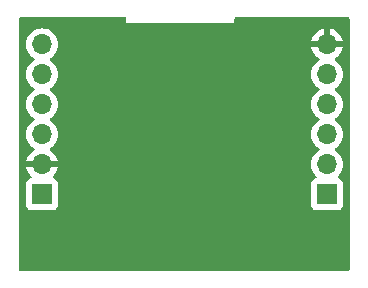
<source format=gbl>
%TF.GenerationSoftware,KiCad,Pcbnew,8.0.2-8.0.2-0~ubuntu22.04.1*%
%TF.CreationDate,2024-05-29T19:46:19+02:00*%
%TF.ProjectId,nrf51_devboard,6e726635-315f-4646-9576-626f6172642e,0.1*%
%TF.SameCoordinates,Original*%
%TF.FileFunction,Copper,L2,Bot*%
%TF.FilePolarity,Positive*%
%FSLAX46Y46*%
G04 Gerber Fmt 4.6, Leading zero omitted, Abs format (unit mm)*
G04 Created by KiCad (PCBNEW 8.0.2-8.0.2-0~ubuntu22.04.1) date 2024-05-29 19:46:19*
%MOMM*%
%LPD*%
G01*
G04 APERTURE LIST*
%TA.AperFunction,ComponentPad*%
%ADD10R,1.700000X1.700000*%
%TD*%
%TA.AperFunction,ComponentPad*%
%ADD11O,1.700000X1.700000*%
%TD*%
G04 APERTURE END LIST*
D10*
%TO.P,J1,1,Pin_1*%
%TO.N,+3.3V*%
X93980000Y-63500000D03*
D11*
%TO.P,J1,2,Pin_2*%
%TO.N,GND*%
X93980000Y-60960000D03*
%TO.P,J1,3,Pin_3*%
%TO.N,Net-(J1-Pin_3)*%
X93980000Y-58420000D03*
%TO.P,J1,4,Pin_4*%
%TO.N,Net-(J1-Pin_4)*%
X93980000Y-55880000D03*
%TO.P,J1,5,Pin_5*%
%TO.N,Net-(J1-Pin_5)*%
X93980000Y-53340000D03*
%TO.P,J1,6,Pin_6*%
%TO.N,Net-(J1-Pin_6)*%
X93980000Y-50800000D03*
%TD*%
D10*
%TO.P,J2,1,Pin_1*%
%TO.N,Net-(J2-Pin_1)*%
X118110000Y-63500000D03*
D11*
%TO.P,J2,2,Pin_2*%
%TO.N,Net-(J2-Pin_2)*%
X118110000Y-60960000D03*
%TO.P,J2,3,Pin_3*%
%TO.N,Net-(J2-Pin_3)*%
X118110000Y-58420000D03*
%TO.P,J2,4,Pin_4*%
%TO.N,Net-(J2-Pin_4)*%
X118110000Y-55880000D03*
%TO.P,J2,5,Pin_5*%
%TO.N,Net-(J2-Pin_5)*%
X118110000Y-53340000D03*
%TO.P,J2,6,Pin_6*%
%TO.N,GND*%
X118110000Y-50800000D03*
%TD*%
%TA.AperFunction,Conductor*%
%TO.N,GND*%
G36*
X101053539Y-48519685D02*
G01*
X101099294Y-48572489D01*
X101110500Y-48624000D01*
X101110500Y-48990000D01*
X110254500Y-48990000D01*
X110254500Y-48624000D01*
X110274185Y-48556961D01*
X110326989Y-48511206D01*
X110378500Y-48500000D01*
X119876000Y-48500000D01*
X119943039Y-48519685D01*
X119988794Y-48572489D01*
X120000000Y-48624000D01*
X120000000Y-69876000D01*
X119980315Y-69943039D01*
X119927511Y-69988794D01*
X119876000Y-70000000D01*
X92124000Y-70000000D01*
X92056961Y-69980315D01*
X92011206Y-69927511D01*
X92000000Y-69876000D01*
X92000000Y-50799999D01*
X92624341Y-50799999D01*
X92624341Y-50800000D01*
X92644936Y-51035403D01*
X92644938Y-51035413D01*
X92706094Y-51263655D01*
X92706096Y-51263659D01*
X92706097Y-51263663D01*
X92805847Y-51477578D01*
X92805965Y-51477830D01*
X92805967Y-51477834D01*
X92941501Y-51671395D01*
X92941506Y-51671402D01*
X93108597Y-51838493D01*
X93108603Y-51838498D01*
X93294158Y-51968425D01*
X93337783Y-52023002D01*
X93344977Y-52092500D01*
X93313454Y-52154855D01*
X93294158Y-52171575D01*
X93108597Y-52301505D01*
X92941505Y-52468597D01*
X92805965Y-52662169D01*
X92805964Y-52662171D01*
X92706098Y-52876335D01*
X92706094Y-52876344D01*
X92644938Y-53104586D01*
X92644936Y-53104596D01*
X92624341Y-53339999D01*
X92624341Y-53340000D01*
X92644936Y-53575403D01*
X92644938Y-53575413D01*
X92706094Y-53803655D01*
X92706096Y-53803659D01*
X92706097Y-53803663D01*
X92805965Y-54017830D01*
X92805967Y-54017834D01*
X92941501Y-54211395D01*
X92941506Y-54211402D01*
X93108597Y-54378493D01*
X93108603Y-54378498D01*
X93294158Y-54508425D01*
X93337783Y-54563002D01*
X93344977Y-54632500D01*
X93313454Y-54694855D01*
X93294158Y-54711575D01*
X93108597Y-54841505D01*
X92941505Y-55008597D01*
X92805965Y-55202169D01*
X92805964Y-55202171D01*
X92706098Y-55416335D01*
X92706094Y-55416344D01*
X92644938Y-55644586D01*
X92644936Y-55644596D01*
X92624341Y-55879999D01*
X92624341Y-55880000D01*
X92644936Y-56115403D01*
X92644938Y-56115413D01*
X92706094Y-56343655D01*
X92706096Y-56343659D01*
X92706097Y-56343663D01*
X92805965Y-56557830D01*
X92805967Y-56557834D01*
X92941501Y-56751395D01*
X92941506Y-56751402D01*
X93108597Y-56918493D01*
X93108603Y-56918498D01*
X93294158Y-57048425D01*
X93337783Y-57103002D01*
X93344977Y-57172500D01*
X93313454Y-57234855D01*
X93294158Y-57251575D01*
X93108597Y-57381505D01*
X92941505Y-57548597D01*
X92805965Y-57742169D01*
X92805964Y-57742171D01*
X92706098Y-57956335D01*
X92706094Y-57956344D01*
X92644938Y-58184586D01*
X92644936Y-58184596D01*
X92624341Y-58419999D01*
X92624341Y-58420000D01*
X92644936Y-58655403D01*
X92644938Y-58655413D01*
X92706094Y-58883655D01*
X92706096Y-58883659D01*
X92706097Y-58883663D01*
X92805965Y-59097830D01*
X92805967Y-59097834D01*
X92941501Y-59291395D01*
X92941506Y-59291402D01*
X93108597Y-59458493D01*
X93108603Y-59458498D01*
X93294594Y-59588730D01*
X93338219Y-59643307D01*
X93345413Y-59712805D01*
X93313890Y-59775160D01*
X93294595Y-59791880D01*
X93108922Y-59921890D01*
X93108920Y-59921891D01*
X92941891Y-60088920D01*
X92941886Y-60088926D01*
X92806400Y-60282420D01*
X92806399Y-60282422D01*
X92706570Y-60496507D01*
X92706567Y-60496513D01*
X92649364Y-60709999D01*
X92649364Y-60710000D01*
X93546988Y-60710000D01*
X93514075Y-60767007D01*
X93480000Y-60894174D01*
X93480000Y-61025826D01*
X93514075Y-61152993D01*
X93546988Y-61210000D01*
X92649364Y-61210000D01*
X92706567Y-61423486D01*
X92706570Y-61423492D01*
X92806399Y-61637578D01*
X92941894Y-61831082D01*
X93063946Y-61953134D01*
X93097431Y-62014457D01*
X93092447Y-62084149D01*
X93050575Y-62140082D01*
X93019598Y-62156997D01*
X92887671Y-62206202D01*
X92887664Y-62206206D01*
X92772455Y-62292452D01*
X92772452Y-62292455D01*
X92686206Y-62407664D01*
X92686202Y-62407671D01*
X92635908Y-62542517D01*
X92629501Y-62602116D01*
X92629501Y-62602123D01*
X92629500Y-62602135D01*
X92629500Y-64397870D01*
X92629501Y-64397876D01*
X92635908Y-64457483D01*
X92686202Y-64592328D01*
X92686206Y-64592335D01*
X92772452Y-64707544D01*
X92772455Y-64707547D01*
X92887664Y-64793793D01*
X92887671Y-64793797D01*
X93022517Y-64844091D01*
X93022516Y-64844091D01*
X93029444Y-64844835D01*
X93082127Y-64850500D01*
X94877872Y-64850499D01*
X94937483Y-64844091D01*
X95072331Y-64793796D01*
X95187546Y-64707546D01*
X95273796Y-64592331D01*
X95324091Y-64457483D01*
X95330500Y-64397873D01*
X95330499Y-62602128D01*
X95324091Y-62542517D01*
X95273796Y-62407669D01*
X95273795Y-62407668D01*
X95273793Y-62407664D01*
X95187547Y-62292455D01*
X95187544Y-62292452D01*
X95072335Y-62206206D01*
X95072328Y-62206202D01*
X94940401Y-62156997D01*
X94884467Y-62115126D01*
X94860050Y-62049662D01*
X94874902Y-61981389D01*
X94896053Y-61953133D01*
X95018108Y-61831078D01*
X95153600Y-61637578D01*
X95253429Y-61423492D01*
X95253432Y-61423486D01*
X95310636Y-61210000D01*
X94413012Y-61210000D01*
X94445925Y-61152993D01*
X94480000Y-61025826D01*
X94480000Y-60894174D01*
X94445925Y-60767007D01*
X94413012Y-60710000D01*
X95310636Y-60710000D01*
X95310635Y-60709999D01*
X95253432Y-60496513D01*
X95253429Y-60496507D01*
X95153600Y-60282422D01*
X95153599Y-60282420D01*
X95018113Y-60088926D01*
X95018108Y-60088920D01*
X94851078Y-59921890D01*
X94665405Y-59791879D01*
X94621780Y-59737302D01*
X94614588Y-59667804D01*
X94646110Y-59605449D01*
X94665406Y-59588730D01*
X94665842Y-59588425D01*
X94851401Y-59458495D01*
X95018495Y-59291401D01*
X95154035Y-59097830D01*
X95253903Y-58883663D01*
X95315063Y-58655408D01*
X95335659Y-58420000D01*
X95315063Y-58184592D01*
X95253903Y-57956337D01*
X95154035Y-57742171D01*
X95018495Y-57548599D01*
X95018494Y-57548597D01*
X94851402Y-57381506D01*
X94851396Y-57381501D01*
X94665842Y-57251575D01*
X94622217Y-57196998D01*
X94615023Y-57127500D01*
X94646546Y-57065145D01*
X94665842Y-57048425D01*
X94688026Y-57032891D01*
X94851401Y-56918495D01*
X95018495Y-56751401D01*
X95154035Y-56557830D01*
X95253903Y-56343663D01*
X95315063Y-56115408D01*
X95335659Y-55880000D01*
X95315063Y-55644592D01*
X95253903Y-55416337D01*
X95154035Y-55202171D01*
X95018495Y-55008599D01*
X95018494Y-55008597D01*
X94851402Y-54841506D01*
X94851396Y-54841501D01*
X94665842Y-54711575D01*
X94622217Y-54656998D01*
X94615023Y-54587500D01*
X94646546Y-54525145D01*
X94665842Y-54508425D01*
X94688026Y-54492891D01*
X94851401Y-54378495D01*
X95018495Y-54211401D01*
X95154035Y-54017830D01*
X95253903Y-53803663D01*
X95315063Y-53575408D01*
X95335659Y-53340000D01*
X95335659Y-53339999D01*
X116754341Y-53339999D01*
X116754341Y-53340000D01*
X116774936Y-53575403D01*
X116774938Y-53575413D01*
X116836094Y-53803655D01*
X116836096Y-53803659D01*
X116836097Y-53803663D01*
X116935965Y-54017830D01*
X116935967Y-54017834D01*
X117071501Y-54211395D01*
X117071506Y-54211402D01*
X117238597Y-54378493D01*
X117238603Y-54378498D01*
X117424158Y-54508425D01*
X117467783Y-54563002D01*
X117474977Y-54632500D01*
X117443454Y-54694855D01*
X117424158Y-54711575D01*
X117238597Y-54841505D01*
X117071505Y-55008597D01*
X116935965Y-55202169D01*
X116935964Y-55202171D01*
X116836098Y-55416335D01*
X116836094Y-55416344D01*
X116774938Y-55644586D01*
X116774936Y-55644596D01*
X116754341Y-55879999D01*
X116754341Y-55880000D01*
X116774936Y-56115403D01*
X116774938Y-56115413D01*
X116836094Y-56343655D01*
X116836096Y-56343659D01*
X116836097Y-56343663D01*
X116935965Y-56557830D01*
X116935967Y-56557834D01*
X117071501Y-56751395D01*
X117071506Y-56751402D01*
X117238597Y-56918493D01*
X117238603Y-56918498D01*
X117424158Y-57048425D01*
X117467783Y-57103002D01*
X117474977Y-57172500D01*
X117443454Y-57234855D01*
X117424158Y-57251575D01*
X117238597Y-57381505D01*
X117071505Y-57548597D01*
X116935965Y-57742169D01*
X116935964Y-57742171D01*
X116836098Y-57956335D01*
X116836094Y-57956344D01*
X116774938Y-58184586D01*
X116774936Y-58184596D01*
X116754341Y-58419999D01*
X116754341Y-58420000D01*
X116774936Y-58655403D01*
X116774938Y-58655413D01*
X116836094Y-58883655D01*
X116836096Y-58883659D01*
X116836097Y-58883663D01*
X116935965Y-59097830D01*
X116935967Y-59097834D01*
X117071501Y-59291395D01*
X117071506Y-59291402D01*
X117238597Y-59458493D01*
X117238603Y-59458498D01*
X117424158Y-59588425D01*
X117467783Y-59643002D01*
X117474977Y-59712500D01*
X117443454Y-59774855D01*
X117424158Y-59791575D01*
X117238597Y-59921505D01*
X117071505Y-60088597D01*
X116935965Y-60282169D01*
X116935964Y-60282171D01*
X116836098Y-60496335D01*
X116836094Y-60496344D01*
X116774938Y-60724586D01*
X116774936Y-60724596D01*
X116754341Y-60959999D01*
X116754341Y-60960000D01*
X116774936Y-61195403D01*
X116774938Y-61195413D01*
X116836094Y-61423655D01*
X116836096Y-61423659D01*
X116836097Y-61423663D01*
X116935847Y-61637578D01*
X116935965Y-61637830D01*
X116935967Y-61637834D01*
X117044281Y-61792521D01*
X117071501Y-61831396D01*
X117071506Y-61831402D01*
X117193430Y-61953326D01*
X117226915Y-62014649D01*
X117221931Y-62084341D01*
X117180059Y-62140274D01*
X117149083Y-62157189D01*
X117017669Y-62206203D01*
X117017664Y-62206206D01*
X116902455Y-62292452D01*
X116902452Y-62292455D01*
X116816206Y-62407664D01*
X116816202Y-62407671D01*
X116765908Y-62542517D01*
X116759501Y-62602116D01*
X116759501Y-62602123D01*
X116759500Y-62602135D01*
X116759500Y-64397870D01*
X116759501Y-64397876D01*
X116765908Y-64457483D01*
X116816202Y-64592328D01*
X116816206Y-64592335D01*
X116902452Y-64707544D01*
X116902455Y-64707547D01*
X117017664Y-64793793D01*
X117017671Y-64793797D01*
X117152517Y-64844091D01*
X117152516Y-64844091D01*
X117159444Y-64844835D01*
X117212127Y-64850500D01*
X119007872Y-64850499D01*
X119067483Y-64844091D01*
X119202331Y-64793796D01*
X119317546Y-64707546D01*
X119403796Y-64592331D01*
X119454091Y-64457483D01*
X119460500Y-64397873D01*
X119460499Y-62602128D01*
X119454091Y-62542517D01*
X119403796Y-62407669D01*
X119403795Y-62407668D01*
X119403793Y-62407664D01*
X119317547Y-62292455D01*
X119317544Y-62292452D01*
X119202335Y-62206206D01*
X119202328Y-62206202D01*
X119070917Y-62157189D01*
X119014983Y-62115318D01*
X118990566Y-62049853D01*
X119005418Y-61981580D01*
X119026563Y-61953332D01*
X119148495Y-61831401D01*
X119284035Y-61637830D01*
X119383903Y-61423663D01*
X119445063Y-61195408D01*
X119465659Y-60960000D01*
X119445063Y-60724592D01*
X119383903Y-60496337D01*
X119284035Y-60282171D01*
X119148495Y-60088599D01*
X119148494Y-60088597D01*
X118981402Y-59921506D01*
X118981396Y-59921501D01*
X118795842Y-59791575D01*
X118752217Y-59736998D01*
X118745023Y-59667500D01*
X118776546Y-59605145D01*
X118795842Y-59588425D01*
X118818026Y-59572891D01*
X118981401Y-59458495D01*
X119148495Y-59291401D01*
X119284035Y-59097830D01*
X119383903Y-58883663D01*
X119445063Y-58655408D01*
X119465659Y-58420000D01*
X119445063Y-58184592D01*
X119383903Y-57956337D01*
X119284035Y-57742171D01*
X119148495Y-57548599D01*
X119148494Y-57548597D01*
X118981402Y-57381506D01*
X118981396Y-57381501D01*
X118795842Y-57251575D01*
X118752217Y-57196998D01*
X118745023Y-57127500D01*
X118776546Y-57065145D01*
X118795842Y-57048425D01*
X118818026Y-57032891D01*
X118981401Y-56918495D01*
X119148495Y-56751401D01*
X119284035Y-56557830D01*
X119383903Y-56343663D01*
X119445063Y-56115408D01*
X119465659Y-55880000D01*
X119445063Y-55644592D01*
X119383903Y-55416337D01*
X119284035Y-55202171D01*
X119148495Y-55008599D01*
X119148494Y-55008597D01*
X118981402Y-54841506D01*
X118981396Y-54841501D01*
X118795842Y-54711575D01*
X118752217Y-54656998D01*
X118745023Y-54587500D01*
X118776546Y-54525145D01*
X118795842Y-54508425D01*
X118818026Y-54492891D01*
X118981401Y-54378495D01*
X119148495Y-54211401D01*
X119284035Y-54017830D01*
X119383903Y-53803663D01*
X119445063Y-53575408D01*
X119465659Y-53340000D01*
X119445063Y-53104592D01*
X119383903Y-52876337D01*
X119284035Y-52662171D01*
X119148495Y-52468599D01*
X119148494Y-52468597D01*
X118981402Y-52301506D01*
X118981401Y-52301505D01*
X118795405Y-52171269D01*
X118751781Y-52116692D01*
X118744588Y-52047193D01*
X118776110Y-51984839D01*
X118795405Y-51968119D01*
X118981082Y-51838105D01*
X119148105Y-51671082D01*
X119283600Y-51477578D01*
X119383429Y-51263492D01*
X119383432Y-51263486D01*
X119440636Y-51050000D01*
X118543012Y-51050000D01*
X118575925Y-50992993D01*
X118610000Y-50865826D01*
X118610000Y-50734174D01*
X118575925Y-50607007D01*
X118543012Y-50550000D01*
X119440636Y-50550000D01*
X119440635Y-50549999D01*
X119383432Y-50336513D01*
X119383429Y-50336507D01*
X119283600Y-50122422D01*
X119283599Y-50122420D01*
X119148113Y-49928926D01*
X119148108Y-49928920D01*
X118981082Y-49761894D01*
X118787578Y-49626399D01*
X118573492Y-49526570D01*
X118573486Y-49526567D01*
X118360000Y-49469364D01*
X118360000Y-50366988D01*
X118302993Y-50334075D01*
X118175826Y-50300000D01*
X118044174Y-50300000D01*
X117917007Y-50334075D01*
X117860000Y-50366988D01*
X117860000Y-49469364D01*
X117859999Y-49469364D01*
X117646513Y-49526567D01*
X117646507Y-49526570D01*
X117432422Y-49626399D01*
X117432420Y-49626400D01*
X117238926Y-49761886D01*
X117238920Y-49761891D01*
X117071891Y-49928920D01*
X117071886Y-49928926D01*
X116936400Y-50122420D01*
X116936399Y-50122422D01*
X116836570Y-50336507D01*
X116836567Y-50336513D01*
X116779364Y-50549999D01*
X116779364Y-50550000D01*
X117676988Y-50550000D01*
X117644075Y-50607007D01*
X117610000Y-50734174D01*
X117610000Y-50865826D01*
X117644075Y-50992993D01*
X117676988Y-51050000D01*
X116779364Y-51050000D01*
X116836567Y-51263486D01*
X116836570Y-51263492D01*
X116936399Y-51477578D01*
X117071894Y-51671082D01*
X117238917Y-51838105D01*
X117424595Y-51968119D01*
X117468219Y-52022696D01*
X117475412Y-52092195D01*
X117443890Y-52154549D01*
X117424595Y-52171269D01*
X117238594Y-52301508D01*
X117071505Y-52468597D01*
X116935965Y-52662169D01*
X116935964Y-52662171D01*
X116836098Y-52876335D01*
X116836094Y-52876344D01*
X116774938Y-53104586D01*
X116774936Y-53104596D01*
X116754341Y-53339999D01*
X95335659Y-53339999D01*
X95315063Y-53104592D01*
X95253903Y-52876337D01*
X95154035Y-52662171D01*
X95018495Y-52468599D01*
X95018494Y-52468597D01*
X94851402Y-52301506D01*
X94851396Y-52301501D01*
X94665842Y-52171575D01*
X94622217Y-52116998D01*
X94615023Y-52047500D01*
X94646546Y-51985145D01*
X94665842Y-51968425D01*
X94688026Y-51952891D01*
X94851401Y-51838495D01*
X95018495Y-51671401D01*
X95154035Y-51477830D01*
X95253903Y-51263663D01*
X95315063Y-51035408D01*
X95335659Y-50800000D01*
X95315063Y-50564592D01*
X95253903Y-50336337D01*
X95154035Y-50122171D01*
X95018495Y-49928599D01*
X95018494Y-49928597D01*
X94851402Y-49761506D01*
X94851395Y-49761501D01*
X94657834Y-49625967D01*
X94657830Y-49625965D01*
X94657828Y-49625964D01*
X94443663Y-49526097D01*
X94443659Y-49526096D01*
X94443655Y-49526094D01*
X94215413Y-49464938D01*
X94215403Y-49464936D01*
X93980001Y-49444341D01*
X93979999Y-49444341D01*
X93744596Y-49464936D01*
X93744586Y-49464938D01*
X93516344Y-49526094D01*
X93516335Y-49526098D01*
X93302171Y-49625964D01*
X93302169Y-49625965D01*
X93108597Y-49761505D01*
X92941505Y-49928597D01*
X92805965Y-50122169D01*
X92805964Y-50122171D01*
X92706098Y-50336335D01*
X92706094Y-50336344D01*
X92644938Y-50564586D01*
X92644936Y-50564596D01*
X92624341Y-50799999D01*
X92000000Y-50799999D01*
X92000000Y-48624000D01*
X92019685Y-48556961D01*
X92072489Y-48511206D01*
X92124000Y-48500000D01*
X100986500Y-48500000D01*
X101053539Y-48519685D01*
G37*
%TD.AperFunction*%
%TD*%
M02*

</source>
